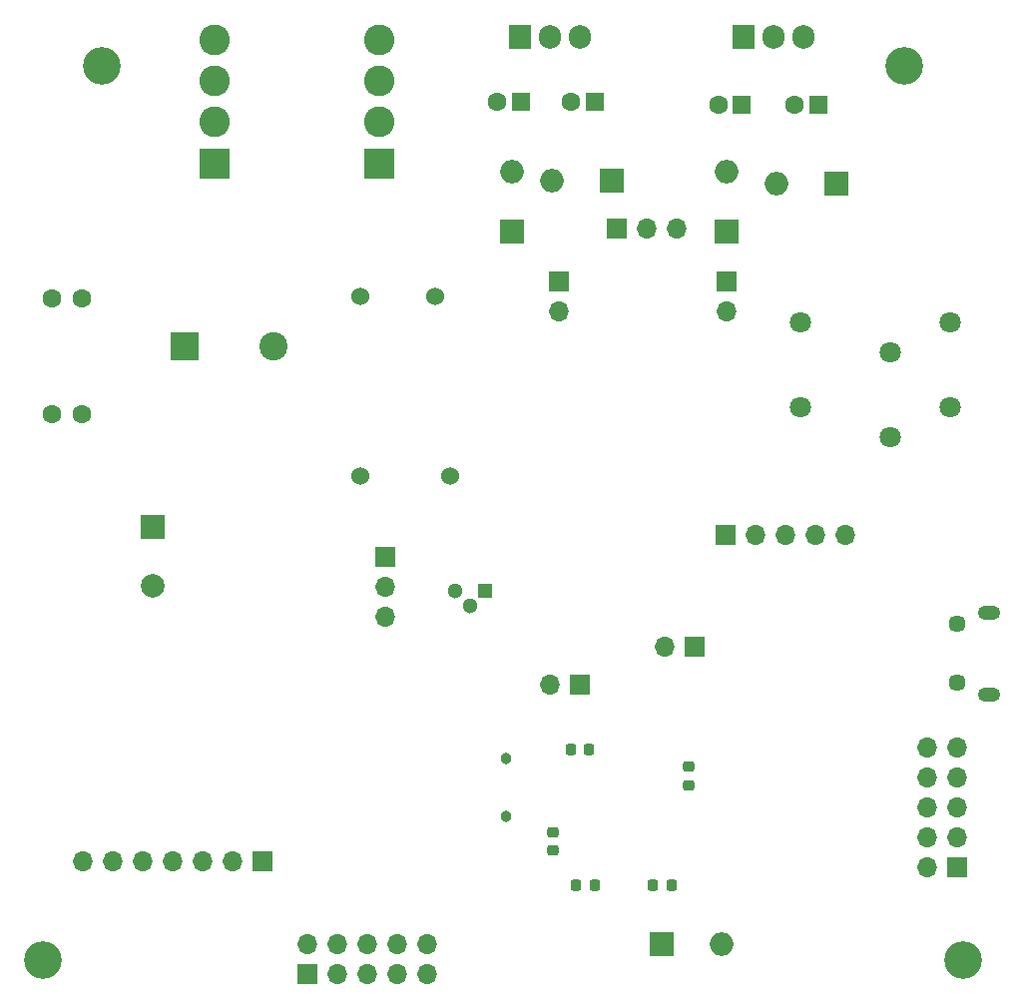
<source format=gbs>
G04 #@! TF.GenerationSoftware,KiCad,Pcbnew,7.0.8-7.0.8~ubuntu22.04.1*
G04 #@! TF.CreationDate,2024-01-26T15:53:44+01:00*
G04 #@! TF.ProjectId,shoulder,73686f75-6c64-4657-922e-6b696361645f,1.1*
G04 #@! TF.SameCoordinates,Original*
G04 #@! TF.FileFunction,Soldermask,Bot*
G04 #@! TF.FilePolarity,Negative*
%FSLAX46Y46*%
G04 Gerber Fmt 4.6, Leading zero omitted, Abs format (unit mm)*
G04 Created by KiCad (PCBNEW 7.0.8-7.0.8~ubuntu22.04.1) date 2024-01-26 15:53:44*
%MOMM*%
%LPD*%
G01*
G04 APERTURE LIST*
G04 Aperture macros list*
%AMRoundRect*
0 Rectangle with rounded corners*
0 $1 Rounding radius*
0 $2 $3 $4 $5 $6 $7 $8 $9 X,Y pos of 4 corners*
0 Add a 4 corners polygon primitive as box body*
4,1,4,$2,$3,$4,$5,$6,$7,$8,$9,$2,$3,0*
0 Add four circle primitives for the rounded corners*
1,1,$1+$1,$2,$3*
1,1,$1+$1,$4,$5*
1,1,$1+$1,$6,$7*
1,1,$1+$1,$8,$9*
0 Add four rect primitives between the rounded corners*
20,1,$1+$1,$2,$3,$4,$5,0*
20,1,$1+$1,$4,$5,$6,$7,0*
20,1,$1+$1,$6,$7,$8,$9,0*
20,1,$1+$1,$8,$9,$2,$3,0*%
G04 Aperture macros list end*
%ADD10C,1.600200*%
%ADD11R,2.000000X2.000000*%
%ADD12O,2.000000X2.000000*%
%ADD13R,2.400000X2.400000*%
%ADD14C,2.400000*%
%ADD15R,1.700000X1.700000*%
%ADD16O,1.700000X1.700000*%
%ADD17C,3.200000*%
%ADD18R,1.905000X2.000000*%
%ADD19O,1.905000X2.000000*%
%ADD20C,1.800000*%
%ADD21R,1.600000X1.600000*%
%ADD22C,1.600000*%
%ADD23O,1.900000X1.200000*%
%ADD24C,1.450000*%
%ADD25R,1.300000X1.300000*%
%ADD26C,1.300000*%
%ADD27C,1.524000*%
%ADD28C,0.965200*%
%ADD29R,2.600000X2.600000*%
%ADD30C,2.600000*%
%ADD31C,2.000000*%
%ADD32RoundRect,0.225000X0.250000X-0.225000X0.250000X0.225000X-0.250000X0.225000X-0.250000X-0.225000X0*%
%ADD33RoundRect,0.225000X0.225000X0.250000X-0.225000X0.250000X-0.225000X-0.250000X0.225000X-0.250000X0*%
%ADD34RoundRect,0.225000X-0.250000X0.225000X-0.250000X-0.225000X0.250000X-0.225000X0.250000X0.225000X0*%
%ADD35RoundRect,0.225000X-0.225000X-0.250000X0.225000X-0.250000X0.225000X0.250000X-0.225000X0.250000X0*%
G04 APERTURE END LIST*
D10*
X67500000Y-42250000D03*
X70040000Y-42250000D03*
D11*
X134000000Y-32500000D03*
D12*
X128920000Y-32500000D03*
D13*
X78737246Y-46250000D03*
D14*
X86237246Y-46250000D03*
D15*
X89175000Y-99525000D03*
D16*
X89175000Y-96985000D03*
X91715000Y-99525000D03*
X91715000Y-96985000D03*
X94255000Y-99525000D03*
X94255000Y-96985000D03*
X96795000Y-99525000D03*
X96795000Y-96985000D03*
X99335000Y-99525000D03*
X99335000Y-96985000D03*
D17*
X144750000Y-98350000D03*
D15*
X124750000Y-40750000D03*
D16*
X124750000Y-43290000D03*
D18*
X107170000Y-20000000D03*
D19*
X109710000Y-20000000D03*
X112250000Y-20000000D03*
D17*
X71750000Y-22500000D03*
D20*
X131000000Y-44250000D03*
X138620000Y-46790000D03*
X143700000Y-44250000D03*
D15*
X144290000Y-90500000D03*
D16*
X141750000Y-90500000D03*
X144290000Y-87960000D03*
X141750000Y-87960000D03*
X144290000Y-85420000D03*
X141750000Y-85420000D03*
X144290000Y-82880000D03*
X141750000Y-82880000D03*
X144290000Y-80340000D03*
X141750000Y-80340000D03*
D21*
X107250000Y-25500000D03*
D22*
X105250000Y-25500000D03*
D11*
X106500000Y-36540000D03*
D12*
X106500000Y-31460000D03*
D23*
X146950000Y-75850000D03*
D24*
X144250000Y-74850000D03*
X144250000Y-69850000D03*
D23*
X146950000Y-68850000D03*
D11*
X115000000Y-32250000D03*
D12*
X109920000Y-32250000D03*
D21*
X126000000Y-25750000D03*
D22*
X124000000Y-25750000D03*
D25*
X104250000Y-67000000D03*
D26*
X102980000Y-68270000D03*
X101710000Y-67000000D03*
D17*
X66750000Y-98350000D03*
X139750000Y-22500000D03*
D27*
X93630000Y-57250000D03*
X93630000Y-42010000D03*
X99980000Y-42010000D03*
X101250000Y-57250000D03*
D11*
X119210000Y-97000000D03*
D12*
X124290000Y-97000000D03*
D18*
X126170000Y-20000000D03*
D19*
X128710000Y-20000000D03*
X131250000Y-20000000D03*
D15*
X115420000Y-36250000D03*
D16*
X117960000Y-36250000D03*
X120500000Y-36250000D03*
D15*
X110500000Y-40750000D03*
D16*
X110500000Y-43290000D03*
D28*
X106000000Y-81250000D03*
X106000000Y-86130001D03*
D29*
X81295000Y-30750000D03*
D30*
X81295000Y-27250000D03*
X81295000Y-23750000D03*
X81295000Y-20250000D03*
D15*
X122000000Y-71750000D03*
D16*
X119460000Y-71750000D03*
D15*
X124675000Y-62250000D03*
D16*
X127215000Y-62250000D03*
X129755000Y-62250000D03*
X132295000Y-62250000D03*
X134835000Y-62250000D03*
D15*
X112250000Y-75000000D03*
D16*
X109710000Y-75000000D03*
D11*
X76000000Y-61632323D03*
D31*
X76000000Y-66632323D03*
D20*
X131025000Y-51475000D03*
X138645000Y-54015000D03*
X143725000Y-51475000D03*
D15*
X95750000Y-64170000D03*
D16*
X95750000Y-66710000D03*
X95750000Y-69250000D03*
D21*
X113500000Y-25500000D03*
D22*
X111500000Y-25500000D03*
D15*
X85330000Y-90000000D03*
D16*
X82790000Y-90000000D03*
X80250000Y-90000000D03*
X77710000Y-90000000D03*
X75170000Y-90000000D03*
X72630000Y-90000000D03*
X70090000Y-90000000D03*
D10*
X67460000Y-52000000D03*
X70000000Y-52000000D03*
D11*
X124750000Y-36500000D03*
D12*
X124750000Y-31420000D03*
D29*
X95295000Y-30750000D03*
D30*
X95295000Y-27250000D03*
X95295000Y-23750000D03*
X95295000Y-20250000D03*
D21*
X132500000Y-25750000D03*
D22*
X130500000Y-25750000D03*
D32*
X121500000Y-83500000D03*
X121500000Y-81950000D03*
D33*
X113025000Y-80500000D03*
X111475000Y-80500000D03*
D34*
X110000000Y-87475000D03*
X110000000Y-89025000D03*
D35*
X118475000Y-92000000D03*
X120025000Y-92000000D03*
X111975000Y-92000000D03*
X113525000Y-92000000D03*
M02*

</source>
